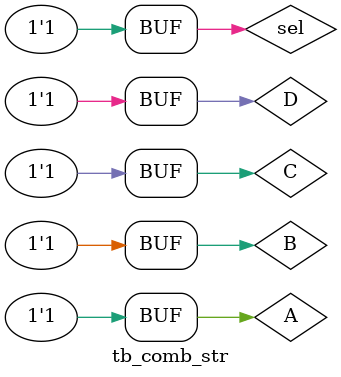
<source format=v>
`timescale 1 ns / 1 ns
`include "comb_str.v"

module tb_comb_str();

reg sel, A, B, C, D;
wire Y;

initial begin
	{sel, A, B, C, D} = 5'b0;
	repeat (31) begin
		#10 {sel, A, B, C, D} = {sel, A, B, C, D} + 1;
    end
end

comb_str comb(Y, sel, A, B, C, D);

initial
	$monitor(
		 "At time %3t\tsel = %b\tAB = %2b\tCD = %2b\tY = %b",
		$time, sel, {A, B}, {C, D}, Y
	);

endmodule

</source>
